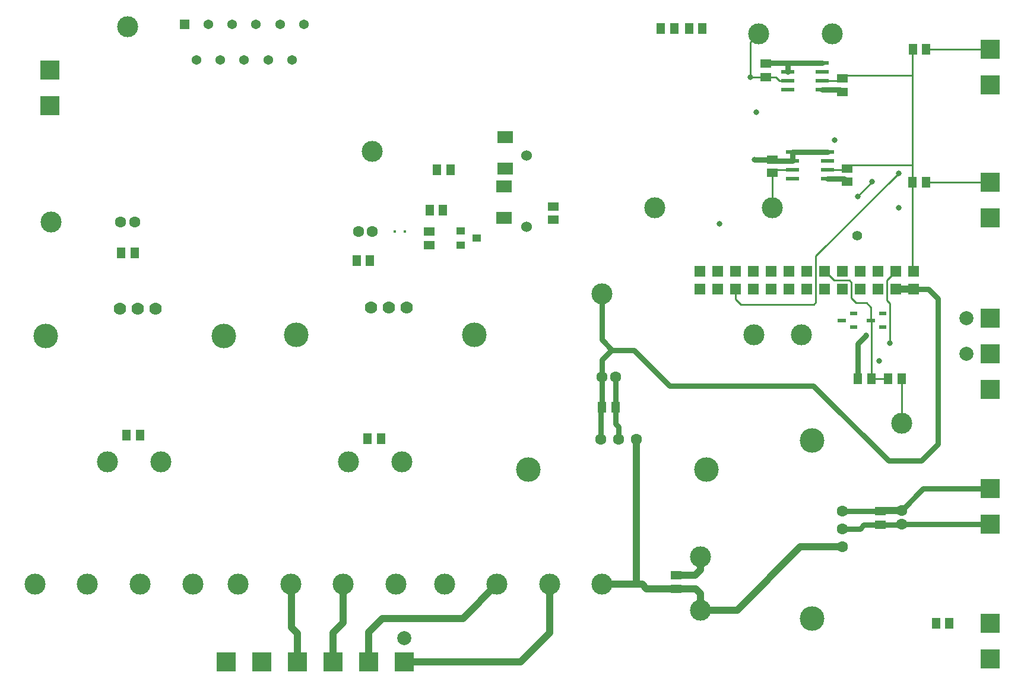
<source format=gbr>
%FSLAX23Y23*%
%MOIN*%
G04 EasyPC Gerber Version 17.0 Build 3379 *
%ADD87R,0.05100X0.06000*%
%ADD158R,0.05400X0.05400*%
%ADD154R,0.06000X0.06000*%
%ADD150R,0.11024X0.11024*%
%ADD97C,0.01000*%
%ADD95C,0.03150*%
%ADD81C,0.03200*%
%ADD96C,0.03937*%
%ADD159C,0.05400*%
%ADD85C,0.05600*%
%ADD161C,0.06000*%
%ADD153C,0.06299*%
%ADD83C,0.06300*%
%ADD152C,0.07000*%
%ADD151C,0.07874*%
%ADD93R,0.01800X0.01300*%
%ADD91R,0.04000X0.02000*%
%ADD92R,0.04771X0.02000*%
%ADD89R,0.07800X0.02200*%
%ADD94R,0.04800X0.04000*%
%ADD82C,0.11811*%
%ADD84C,0.13780*%
%ADD88R,0.06000X0.05100*%
%ADD90R,0.09055X0.07087*%
X0Y0D02*
D02*
D81*
X4083Y2737D03*
X4255Y3563D03*
X4279Y3098D03*
X4287Y3366D03*
X4728Y3208D03*
X4858Y2893D03*
X4905Y2112D03*
X4940Y2976D03*
X4980Y1970D03*
X5039Y2067D03*
X5088Y3023D03*
X5090Y2830D03*
D02*
D82*
X238Y714D03*
X330Y2748D03*
X533Y714D03*
X645Y1401D03*
X759Y3846D03*
X828Y714D03*
X945Y1401D03*
X1124Y714D03*
X1379D03*
X1675D03*
X1970D03*
X2000Y1401D03*
X2133Y3145D03*
X2265Y714D03*
X2300Y1401D03*
X2537Y714D03*
X2832D03*
X3127D03*
X3421Y2346D03*
X3423Y714D03*
X3720Y2830D03*
X3976Y570D03*
Y870D03*
X4275Y2114D03*
X4303Y3805D03*
X4377Y2829D03*
X4543Y2114D03*
X4716Y3805D03*
X5106Y1617D03*
D02*
D83*
X3414Y1527D03*
X3514D03*
X3614D03*
X4771Y925D03*
Y1025D03*
Y1125D03*
D02*
D84*
X299Y2110D03*
X1299D03*
X1704Y2114D03*
X2704D03*
X3007Y1358D03*
X4007D03*
X4602Y523D03*
Y1523D03*
D02*
D85*
X4854Y2673D03*
D02*
D87*
X722Y2576D03*
X753Y1551D03*
X797Y2576D03*
X828Y1551D03*
X2045Y2531D03*
X2106Y1531D03*
X2120Y2531D03*
X2181Y1531D03*
X2454Y2815D03*
X2496Y3043D03*
X2529Y2815D03*
X2571Y3043D03*
X3423Y1708D03*
X3498D03*
X3753Y3834D03*
X3828D03*
X3911D03*
X3986D03*
X4859Y1870D03*
X4934D03*
X5029D03*
X5104D03*
X5166Y2972D03*
X5167Y3720D03*
X5241Y2972D03*
X5242Y3720D03*
X5297Y496D03*
X5372D03*
D02*
D88*
X2452Y2620D03*
Y2695D03*
X3149Y2761D03*
Y2836D03*
X3838Y690D03*
Y765D03*
X4342Y3563D03*
Y3638D03*
X4377Y3025D03*
Y3100D03*
X4771Y3480D03*
Y3555D03*
X4800Y2975D03*
Y3050D03*
X4986Y1049D03*
Y1124D03*
D02*
D89*
X4466Y3491D03*
Y3541D03*
Y3591D03*
Y3641D03*
X4493Y2991D03*
Y3041D03*
Y3091D03*
Y3141D03*
X4660Y3491D03*
Y3541D03*
Y3591D03*
Y3641D03*
X4687Y2991D03*
Y3041D03*
Y3091D03*
Y3141D03*
D02*
D90*
X2872Y2773D03*
Y2950D03*
X2877Y3049D03*
Y3226D03*
D02*
D91*
X4834Y2159D03*
Y2234D03*
X4999Y2159D03*
Y2234D03*
D02*
D92*
X4767Y2196D03*
X4933D03*
D02*
D93*
X2260Y2695D03*
X2315D03*
D02*
D94*
X2630Y2617D03*
Y2697D03*
X2717Y2657D03*
D02*
D95*
X3421Y1878D02*
Y1710D01*
X3423Y1708*
X3421Y2346D02*
Y2087D01*
X3478Y2030*
X3423Y1708D02*
X3414Y1699D01*
Y1527*
X3478Y2030D02*
X3476D01*
X3421Y1975*
Y1878*
X3500D02*
Y1710D01*
X3498Y1708*
X3514Y1527D02*
Y1599D01*
X3498Y1615*
Y1708*
X4279Y3098D02*
X4374D01*
X4377Y3100*
X4466Y3641D02*
X4660D01*
X4466D02*
Y3591D01*
Y3641D02*
X4346D01*
X4342Y3638*
X4493Y3091D02*
X4385D01*
X4377Y3100*
X4493Y3141D02*
Y3091D01*
X4660Y3491D02*
X4760D01*
X4771Y3480*
X4687Y2991D02*
X4783D01*
X4800Y2975*
X4687Y3141D02*
X4493D01*
X4771Y1025D02*
X4871D01*
X4893Y1047*
X4984*
X4986Y1049*
X4771Y1125D02*
X4985D01*
X4986Y1124*
X4859Y1870D02*
Y2065D01*
X4905Y2112*
X4986Y1049D02*
X5102D01*
X5104Y1051*
X5173Y2372D02*
X5256D01*
X5310Y2318*
Y1502*
X5215Y1407*
X5031*
X4610Y1828*
X3803*
X3601Y2030*
X3478*
X5601Y1052D02*
X5105D01*
X5104Y1051*
X5601Y1252D02*
X5226D01*
X5104Y1129*
D02*
D96*
X1711Y279D02*
Y438D01*
X1677Y472*
Y712*
X1675Y714*
X1911Y279D02*
Y442D01*
X1968Y500*
Y712*
X1970Y714*
X2111Y279D02*
Y445D01*
X2189Y523*
X2641*
X2832Y714*
X2311Y279D02*
X2964D01*
X3127Y442*
Y714*
X3605D02*
X3423D01*
X3614Y1527D02*
Y723D01*
X3605Y714*
X3838Y690D02*
X3671D01*
X3647Y714*
X3605*
X3838Y765D02*
X3946D01*
X3976Y795*
Y870*
Y570D02*
Y661D01*
X3948Y689*
X3840*
X3838Y690*
X4771Y925D02*
X4535D01*
X4181Y570*
X3976*
X4986Y1124D02*
X4992Y1129D01*
X5104*
X5173Y2372D02*
X5073D01*
D02*
D97*
X4255Y3563D02*
Y3758D01*
X4303Y3805*
X4342Y3563D02*
X4256D01*
X4255Y3563*
X4377Y3025D02*
Y2830D01*
X4377Y2829*
X4466Y3541D02*
X4418D01*
X4397Y3563*
X4342*
X4342Y3563*
X4493Y3041D02*
X4393D01*
X4377Y3025*
X4660Y3541D02*
X4757D01*
X4771Y3555*
X4673Y2472D02*
X4675D01*
X4724Y2423*
X4811*
X4823Y2410*
Y2321*
X4849Y2296*
X4907*
X4933Y2270*
Y2196*
X4687Y3041D02*
X4791D01*
X4800Y3050*
X4771Y3555D02*
Y3572D01*
X5165*
X5166Y3572*
Y3555*
X4800Y3050D02*
Y3070D01*
X5165*
X5166Y3070*
Y3051*
X4858Y2893D02*
X4940Y2976D01*
X4934Y1870D02*
Y2195D01*
X4933Y2196*
X5029Y1870D02*
X4934D01*
X5039Y2067D02*
Y2293D01*
X5022Y2310*
Y2421*
X5073Y2472*
X5088Y3023D02*
X4623Y2558D01*
Y2298*
X4611Y2286*
X4203*
X4173Y2316*
Y2372*
X5104Y1870D02*
Y1619D01*
X5106Y1617*
X5166Y2972D02*
Y3018D01*
X5165Y3019*
X5166Y2479*
X5173Y2472*
X5166Y2972D02*
Y3051D01*
Y3555*
Y3719*
X5167Y3720*
X5241Y2972D02*
X5601D01*
X5242Y3720D02*
X5602D01*
D02*
D150*
X322Y3402D03*
Y3602D03*
X1311Y279D03*
X1511D03*
X1711D03*
X1911D03*
X2111D03*
X2311D03*
X5601Y1052D03*
Y1252D03*
Y1808D03*
Y2008D03*
Y2208D03*
Y2772D03*
Y2972D03*
X5602Y296D03*
Y496D03*
Y3520D03*
Y3720D03*
D02*
D151*
X2311Y411D03*
X5469Y2008D03*
X5469Y2208D03*
D02*
D152*
X715Y2263D03*
X814D03*
X914D03*
X2124Y2267D03*
X2224D03*
X2324D03*
D02*
D153*
X720Y2750D03*
X799D03*
X2055Y2696D03*
X2133D03*
X3421Y1878D03*
X3500D03*
X5104Y1051D03*
Y1129D03*
D02*
D154*
X3973Y2372D03*
Y2472D03*
X4073Y2372D03*
Y2472D03*
X4173Y2372D03*
Y2472D03*
X4273Y2372D03*
Y2472D03*
X4373Y2372D03*
Y2472D03*
X4473Y2372D03*
Y2472D03*
X4573Y2372D03*
Y2472D03*
X4673Y2372D03*
Y2472D03*
X4773Y2372D03*
Y2472D03*
X4873Y2372D03*
Y2472D03*
X4973Y2372D03*
Y2472D03*
X5073Y2372D03*
Y2472D03*
X5173Y2372D03*
Y2472D03*
D02*
D158*
X1078Y3859D03*
D02*
D159*
X1145Y3659D03*
X1212Y3859D03*
X1279Y3659D03*
X1346Y3859D03*
X1413Y3659D03*
X1480Y3859D03*
X1547Y3659D03*
X1614Y3859D03*
X1681Y3659D03*
X1748Y3859D03*
D02*
D161*
X2997Y2723D03*
Y3123D03*
X0Y0D02*
M02*

</source>
